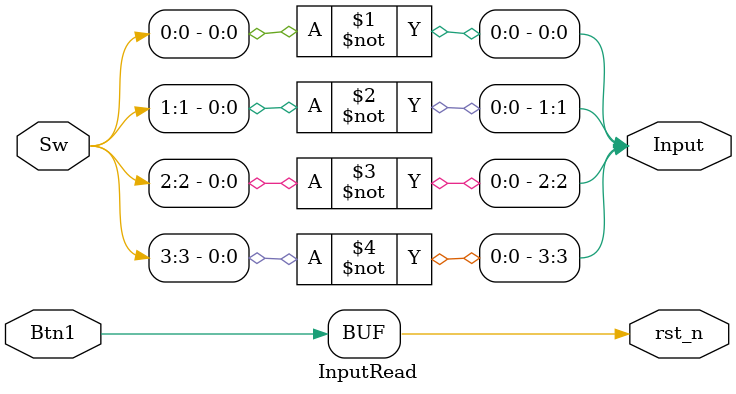
<source format=v>
`timescale 1ns / 1ps

module InputRead(Sw, Input, rst_n, Btn1);
    input [3:0] Sw;
    output [3:0] Input;
    output rst_n;
    input Btn1;
    
    assign rst_n = Btn1;
    
    assign Input[0] = ~Sw[0],
           Input[1] = ~Sw[1],
           Input[2] = ~Sw[2],
           Input[3] = ~Sw[3];
endmodule

</source>
